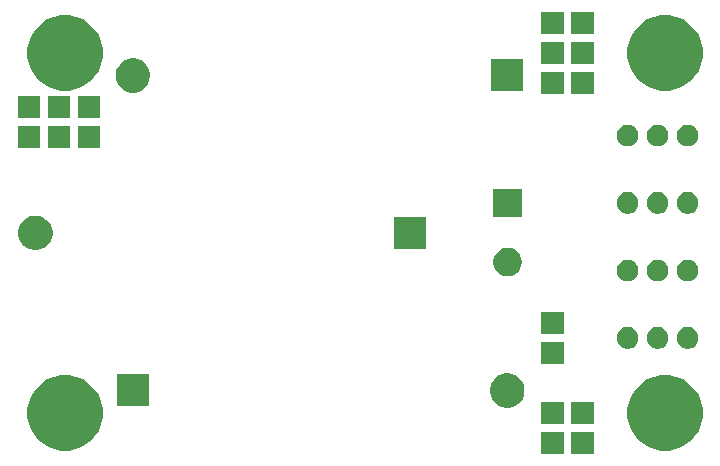
<source format=gbr>
G04 #@! TF.GenerationSoftware,KiCad,Pcbnew,6.0.0-rc1-unknown-f68581d~66~ubuntu16.04.1*
G04 #@! TF.CreationDate,2018-09-30T16:57:06+02:00*
G04 #@! TF.ProjectId,SIPMPOWER01A,5349504D504F5745523031412E6B6963,rev?*
G04 #@! TF.SameCoordinates,Original*
G04 #@! TF.FileFunction,Soldermask,Top*
G04 #@! TF.FilePolarity,Negative*
%FSLAX46Y46*%
G04 Gerber Fmt 4.6, Leading zero omitted, Abs format (unit mm)*
G04 Created by KiCad (PCBNEW 6.0.0-rc1-unknown-f68581d~66~ubuntu16.04.1) date Sun Sep 30 16:57:06 2018*
%MOMM*%
%LPD*%
G01*
G04 APERTURE LIST*
%ADD10C,0.100000*%
G04 APERTURE END LIST*
D10*
G36*
X49857000Y1578000D02*
X47933000Y1578000D01*
X47933000Y3502000D01*
X49857000Y3502000D01*
X49857000Y1578000D01*
X49857000Y1578000D01*
G37*
G36*
X47317000Y1578000D02*
X45393000Y1578000D01*
X45393000Y3502000D01*
X47317000Y3502000D01*
X47317000Y1578000D01*
X47317000Y1578000D01*
G37*
G36*
X56813405Y8157026D02*
X57395767Y7915804D01*
X57919884Y7565600D01*
X58365600Y7119884D01*
X58715804Y6595767D01*
X58957026Y6013405D01*
X59080000Y5395174D01*
X59080000Y4764826D01*
X58957026Y4146595D01*
X58715804Y3564233D01*
X58365600Y3040116D01*
X57919884Y2594400D01*
X57395767Y2244196D01*
X56813405Y2002974D01*
X56195174Y1880000D01*
X55564826Y1880000D01*
X54946595Y2002974D01*
X54364233Y2244196D01*
X53840116Y2594400D01*
X53394400Y3040116D01*
X53044196Y3564233D01*
X52802974Y4146595D01*
X52680000Y4764826D01*
X52680000Y5395174D01*
X52802974Y6013405D01*
X53044196Y6595767D01*
X53394400Y7119884D01*
X53840116Y7565600D01*
X54364233Y7915804D01*
X54946595Y8157026D01*
X55564826Y8280000D01*
X56195174Y8280000D01*
X56813405Y8157026D01*
X56813405Y8157026D01*
G37*
G36*
X6013405Y8157026D02*
X6595767Y7915804D01*
X7119884Y7565600D01*
X7565600Y7119884D01*
X7915804Y6595767D01*
X8157026Y6013405D01*
X8280000Y5395174D01*
X8280000Y4764826D01*
X8157026Y4146595D01*
X7915804Y3564233D01*
X7565600Y3040116D01*
X7119884Y2594400D01*
X6595767Y2244196D01*
X6013405Y2002974D01*
X5395174Y1880000D01*
X4764826Y1880000D01*
X4146595Y2002974D01*
X3564233Y2244196D01*
X3040116Y2594400D01*
X2594400Y3040116D01*
X2244196Y3564233D01*
X2002974Y4146595D01*
X1880000Y4764826D01*
X1880000Y5395174D01*
X2002974Y6013405D01*
X2244196Y6595767D01*
X2594400Y7119884D01*
X3040116Y7565600D01*
X3564233Y7915804D01*
X4146595Y8157026D01*
X4764826Y8280000D01*
X5395174Y8280000D01*
X6013405Y8157026D01*
X6013405Y8157026D01*
G37*
G36*
X47317000Y4118000D02*
X45393000Y4118000D01*
X45393000Y6042000D01*
X47317000Y6042000D01*
X47317000Y4118000D01*
X47317000Y4118000D01*
G37*
G36*
X49857000Y4118000D02*
X47933000Y4118000D01*
X47933000Y6042000D01*
X49857000Y6042000D01*
X49857000Y4118000D01*
X49857000Y4118000D01*
G37*
G36*
X42942947Y8379278D02*
X43206833Y8269973D01*
X43444324Y8111287D01*
X43646287Y7909324D01*
X43804973Y7671833D01*
X43914278Y7407947D01*
X43970000Y7127814D01*
X43970000Y6842186D01*
X43914278Y6562053D01*
X43804973Y6298167D01*
X43646287Y6060676D01*
X43444324Y5858713D01*
X43206833Y5700027D01*
X42942947Y5590722D01*
X42662814Y5535000D01*
X42377186Y5535000D01*
X42097053Y5590722D01*
X41833167Y5700027D01*
X41595676Y5858713D01*
X41393713Y6060676D01*
X41235027Y6298167D01*
X41125722Y6562053D01*
X41070000Y6842186D01*
X41070000Y7127814D01*
X41125722Y7407947D01*
X41235027Y7671833D01*
X41393713Y7909324D01*
X41595676Y8111287D01*
X41833167Y8269973D01*
X42097053Y8379278D01*
X42377186Y8435000D01*
X42662814Y8435000D01*
X42942947Y8379278D01*
X42942947Y8379278D01*
G37*
G36*
X12170000Y5635000D02*
X9470000Y5635000D01*
X9470000Y8335000D01*
X12170000Y8335000D01*
X12170000Y5635000D01*
X12170000Y5635000D01*
G37*
G36*
X47317000Y9198000D02*
X45393000Y9198000D01*
X45393000Y11122000D01*
X47317000Y11122000D01*
X47317000Y9198000D01*
X47317000Y9198000D01*
G37*
G36*
X52973353Y12314645D02*
X53140784Y12245293D01*
X53291466Y12144610D01*
X53419610Y12016466D01*
X53520293Y11865784D01*
X53589645Y11698353D01*
X53625000Y11520613D01*
X53625000Y11339387D01*
X53589645Y11161647D01*
X53520293Y10994216D01*
X53419610Y10843534D01*
X53291466Y10715390D01*
X53140784Y10614707D01*
X52973353Y10545355D01*
X52795613Y10510000D01*
X52614387Y10510000D01*
X52436647Y10545355D01*
X52269216Y10614707D01*
X52118534Y10715390D01*
X51990390Y10843534D01*
X51889707Y10994216D01*
X51820355Y11161647D01*
X51785000Y11339387D01*
X51785000Y11520613D01*
X51820355Y11698353D01*
X51889707Y11865784D01*
X51990390Y12016466D01*
X52118534Y12144610D01*
X52269216Y12245293D01*
X52436647Y12314645D01*
X52614387Y12350000D01*
X52795613Y12350000D01*
X52973353Y12314645D01*
X52973353Y12314645D01*
G37*
G36*
X58053353Y12314645D02*
X58220784Y12245293D01*
X58371466Y12144610D01*
X58499610Y12016466D01*
X58600293Y11865784D01*
X58669645Y11698353D01*
X58705000Y11520613D01*
X58705000Y11339387D01*
X58669645Y11161647D01*
X58600293Y10994216D01*
X58499610Y10843534D01*
X58371466Y10715390D01*
X58220784Y10614707D01*
X58053353Y10545355D01*
X57875613Y10510000D01*
X57694387Y10510000D01*
X57516647Y10545355D01*
X57349216Y10614707D01*
X57198534Y10715390D01*
X57070390Y10843534D01*
X56969707Y10994216D01*
X56900355Y11161647D01*
X56865000Y11339387D01*
X56865000Y11520613D01*
X56900355Y11698353D01*
X56969707Y11865784D01*
X57070390Y12016466D01*
X57198534Y12144610D01*
X57349216Y12245293D01*
X57516647Y12314645D01*
X57694387Y12350000D01*
X57875613Y12350000D01*
X58053353Y12314645D01*
X58053353Y12314645D01*
G37*
G36*
X55513353Y12314645D02*
X55680784Y12245293D01*
X55831466Y12144610D01*
X55959610Y12016466D01*
X56060293Y11865784D01*
X56129645Y11698353D01*
X56165000Y11520613D01*
X56165000Y11339387D01*
X56129645Y11161647D01*
X56060293Y10994216D01*
X55959610Y10843534D01*
X55831466Y10715390D01*
X55680784Y10614707D01*
X55513353Y10545355D01*
X55335613Y10510000D01*
X55154387Y10510000D01*
X54976647Y10545355D01*
X54809216Y10614707D01*
X54658534Y10715390D01*
X54530390Y10843534D01*
X54429707Y10994216D01*
X54360355Y11161647D01*
X54325000Y11339387D01*
X54325000Y11520613D01*
X54360355Y11698353D01*
X54429707Y11865784D01*
X54530390Y12016466D01*
X54658534Y12144610D01*
X54809216Y12245293D01*
X54976647Y12314645D01*
X55154387Y12350000D01*
X55335613Y12350000D01*
X55513353Y12314645D01*
X55513353Y12314645D01*
G37*
G36*
X47317000Y11738000D02*
X45393000Y11738000D01*
X45393000Y13662000D01*
X47317000Y13662000D01*
X47317000Y11738000D01*
X47317000Y11738000D01*
G37*
G36*
X52973353Y18029645D02*
X53140784Y17960293D01*
X53291466Y17859610D01*
X53419610Y17731466D01*
X53520293Y17580784D01*
X53589645Y17413353D01*
X53625000Y17235613D01*
X53625000Y17054387D01*
X53589645Y16876647D01*
X53520293Y16709216D01*
X53419610Y16558534D01*
X53291466Y16430390D01*
X53140784Y16329707D01*
X52973353Y16260355D01*
X52795613Y16225000D01*
X52614387Y16225000D01*
X52436647Y16260355D01*
X52269216Y16329707D01*
X52118534Y16430390D01*
X51990390Y16558534D01*
X51889707Y16709216D01*
X51820355Y16876647D01*
X51785000Y17054387D01*
X51785000Y17235613D01*
X51820355Y17413353D01*
X51889707Y17580784D01*
X51990390Y17731466D01*
X52118534Y17859610D01*
X52269216Y17960293D01*
X52436647Y18029645D01*
X52614387Y18065000D01*
X52795613Y18065000D01*
X52973353Y18029645D01*
X52973353Y18029645D01*
G37*
G36*
X55513353Y18029645D02*
X55680784Y17960293D01*
X55831466Y17859610D01*
X55959610Y17731466D01*
X56060293Y17580784D01*
X56129645Y17413353D01*
X56165000Y17235613D01*
X56165000Y17054387D01*
X56129645Y16876647D01*
X56060293Y16709216D01*
X55959610Y16558534D01*
X55831466Y16430390D01*
X55680784Y16329707D01*
X55513353Y16260355D01*
X55335613Y16225000D01*
X55154387Y16225000D01*
X54976647Y16260355D01*
X54809216Y16329707D01*
X54658534Y16430390D01*
X54530390Y16558534D01*
X54429707Y16709216D01*
X54360355Y16876647D01*
X54325000Y17054387D01*
X54325000Y17235613D01*
X54360355Y17413353D01*
X54429707Y17580784D01*
X54530390Y17731466D01*
X54658534Y17859610D01*
X54809216Y17960293D01*
X54976647Y18029645D01*
X55154387Y18065000D01*
X55335613Y18065000D01*
X55513353Y18029645D01*
X55513353Y18029645D01*
G37*
G36*
X58053353Y18029645D02*
X58220784Y17960293D01*
X58371466Y17859610D01*
X58499610Y17731466D01*
X58600293Y17580784D01*
X58669645Y17413353D01*
X58705000Y17235613D01*
X58705000Y17054387D01*
X58669645Y16876647D01*
X58600293Y16709216D01*
X58499610Y16558534D01*
X58371466Y16430390D01*
X58220784Y16329707D01*
X58053353Y16260355D01*
X57875613Y16225000D01*
X57694387Y16225000D01*
X57516647Y16260355D01*
X57349216Y16329707D01*
X57198534Y16430390D01*
X57070390Y16558534D01*
X56969707Y16709216D01*
X56900355Y16876647D01*
X56865000Y17054387D01*
X56865000Y17235613D01*
X56900355Y17413353D01*
X56969707Y17580784D01*
X57070390Y17731466D01*
X57198534Y17859610D01*
X57349216Y17960293D01*
X57516647Y18029645D01*
X57694387Y18065000D01*
X57875613Y18065000D01*
X58053353Y18029645D01*
X58053353Y18029645D01*
G37*
G36*
X42895026Y19013885D02*
X43113412Y18923427D01*
X43309958Y18792099D01*
X43477099Y18624958D01*
X43608427Y18428412D01*
X43698885Y18210026D01*
X43745000Y17978191D01*
X43745000Y17741809D01*
X43698885Y17509974D01*
X43608427Y17291588D01*
X43477099Y17095042D01*
X43309958Y16927901D01*
X43113412Y16796573D01*
X42895026Y16706115D01*
X42663191Y16660000D01*
X42426809Y16660000D01*
X42194974Y16706115D01*
X41976588Y16796573D01*
X41780042Y16927901D01*
X41612901Y17095042D01*
X41481573Y17291588D01*
X41391115Y17509974D01*
X41345000Y17741809D01*
X41345000Y17978191D01*
X41391115Y18210026D01*
X41481573Y18428412D01*
X41612901Y18624958D01*
X41780042Y18792099D01*
X41976588Y18923427D01*
X42194974Y19013885D01*
X42426809Y19060000D01*
X42663191Y19060000D01*
X42895026Y19013885D01*
X42895026Y19013885D01*
G37*
G36*
X2987947Y21714278D02*
X3251833Y21604973D01*
X3489324Y21446287D01*
X3691287Y21244324D01*
X3849973Y21006833D01*
X3959278Y20742947D01*
X4015000Y20462814D01*
X4015000Y20177186D01*
X3959278Y19897053D01*
X3849973Y19633167D01*
X3691287Y19395676D01*
X3489324Y19193713D01*
X3251833Y19035027D01*
X2987947Y18925722D01*
X2707814Y18870000D01*
X2422186Y18870000D01*
X2142053Y18925722D01*
X1878167Y19035027D01*
X1640676Y19193713D01*
X1438713Y19395676D01*
X1280027Y19633167D01*
X1170722Y19897053D01*
X1115000Y20177186D01*
X1115000Y20462814D01*
X1170722Y20742947D01*
X1280027Y21006833D01*
X1438713Y21244324D01*
X1640676Y21446287D01*
X1878167Y21604973D01*
X2142053Y21714278D01*
X2422186Y21770000D01*
X2707814Y21770000D01*
X2987947Y21714278D01*
X2987947Y21714278D01*
G37*
G36*
X35615000Y18970000D02*
X32915000Y18970000D01*
X32915000Y21670000D01*
X35615000Y21670000D01*
X35615000Y18970000D01*
X35615000Y18970000D01*
G37*
G36*
X43745000Y21660000D02*
X41345000Y21660000D01*
X41345000Y24060000D01*
X43745000Y24060000D01*
X43745000Y21660000D01*
X43745000Y21660000D01*
G37*
G36*
X58053353Y23744645D02*
X58220784Y23675293D01*
X58371466Y23574610D01*
X58499610Y23446466D01*
X58600293Y23295784D01*
X58669645Y23128353D01*
X58705000Y22950613D01*
X58705000Y22769387D01*
X58669645Y22591647D01*
X58600293Y22424216D01*
X58499610Y22273534D01*
X58371466Y22145390D01*
X58220784Y22044707D01*
X58053353Y21975355D01*
X57875613Y21940000D01*
X57694387Y21940000D01*
X57516647Y21975355D01*
X57349216Y22044707D01*
X57198534Y22145390D01*
X57070390Y22273534D01*
X56969707Y22424216D01*
X56900355Y22591647D01*
X56865000Y22769387D01*
X56865000Y22950613D01*
X56900355Y23128353D01*
X56969707Y23295784D01*
X57070390Y23446466D01*
X57198534Y23574610D01*
X57349216Y23675293D01*
X57516647Y23744645D01*
X57694387Y23780000D01*
X57875613Y23780000D01*
X58053353Y23744645D01*
X58053353Y23744645D01*
G37*
G36*
X55513353Y23744645D02*
X55680784Y23675293D01*
X55831466Y23574610D01*
X55959610Y23446466D01*
X56060293Y23295784D01*
X56129645Y23128353D01*
X56165000Y22950613D01*
X56165000Y22769387D01*
X56129645Y22591647D01*
X56060293Y22424216D01*
X55959610Y22273534D01*
X55831466Y22145390D01*
X55680784Y22044707D01*
X55513353Y21975355D01*
X55335613Y21940000D01*
X55154387Y21940000D01*
X54976647Y21975355D01*
X54809216Y22044707D01*
X54658534Y22145390D01*
X54530390Y22273534D01*
X54429707Y22424216D01*
X54360355Y22591647D01*
X54325000Y22769387D01*
X54325000Y22950613D01*
X54360355Y23128353D01*
X54429707Y23295784D01*
X54530390Y23446466D01*
X54658534Y23574610D01*
X54809216Y23675293D01*
X54976647Y23744645D01*
X55154387Y23780000D01*
X55335613Y23780000D01*
X55513353Y23744645D01*
X55513353Y23744645D01*
G37*
G36*
X52973353Y23744645D02*
X53140784Y23675293D01*
X53291466Y23574610D01*
X53419610Y23446466D01*
X53520293Y23295784D01*
X53589645Y23128353D01*
X53625000Y22950613D01*
X53625000Y22769387D01*
X53589645Y22591647D01*
X53520293Y22424216D01*
X53419610Y22273534D01*
X53291466Y22145390D01*
X53140784Y22044707D01*
X52973353Y21975355D01*
X52795613Y21940000D01*
X52614387Y21940000D01*
X52436647Y21975355D01*
X52269216Y22044707D01*
X52118534Y22145390D01*
X51990390Y22273534D01*
X51889707Y22424216D01*
X51820355Y22591647D01*
X51785000Y22769387D01*
X51785000Y22950613D01*
X51820355Y23128353D01*
X51889707Y23295784D01*
X51990390Y23446466D01*
X52118534Y23574610D01*
X52269216Y23675293D01*
X52436647Y23744645D01*
X52614387Y23780000D01*
X52795613Y23780000D01*
X52973353Y23744645D01*
X52973353Y23744645D01*
G37*
G36*
X2994000Y27486000D02*
X1070000Y27486000D01*
X1070000Y29410000D01*
X2994000Y29410000D01*
X2994000Y27486000D01*
X2994000Y27486000D01*
G37*
G36*
X5534000Y27486000D02*
X3610000Y27486000D01*
X3610000Y29410000D01*
X5534000Y29410000D01*
X5534000Y27486000D01*
X5534000Y27486000D01*
G37*
G36*
X8074000Y27486000D02*
X6150000Y27486000D01*
X6150000Y29410000D01*
X8074000Y29410000D01*
X8074000Y27486000D01*
X8074000Y27486000D01*
G37*
G36*
X52973353Y29459645D02*
X53140784Y29390293D01*
X53291466Y29289610D01*
X53419610Y29161466D01*
X53520293Y29010784D01*
X53589645Y28843353D01*
X53625000Y28665613D01*
X53625000Y28484387D01*
X53589645Y28306647D01*
X53520293Y28139216D01*
X53419610Y27988534D01*
X53291466Y27860390D01*
X53140784Y27759707D01*
X52973353Y27690355D01*
X52795613Y27655000D01*
X52614387Y27655000D01*
X52436647Y27690355D01*
X52269216Y27759707D01*
X52118534Y27860390D01*
X51990390Y27988534D01*
X51889707Y28139216D01*
X51820355Y28306647D01*
X51785000Y28484387D01*
X51785000Y28665613D01*
X51820355Y28843353D01*
X51889707Y29010784D01*
X51990390Y29161466D01*
X52118534Y29289610D01*
X52269216Y29390293D01*
X52436647Y29459645D01*
X52614387Y29495000D01*
X52795613Y29495000D01*
X52973353Y29459645D01*
X52973353Y29459645D01*
G37*
G36*
X58053353Y29459645D02*
X58220784Y29390293D01*
X58371466Y29289610D01*
X58499610Y29161466D01*
X58600293Y29010784D01*
X58669645Y28843353D01*
X58705000Y28665613D01*
X58705000Y28484387D01*
X58669645Y28306647D01*
X58600293Y28139216D01*
X58499610Y27988534D01*
X58371466Y27860390D01*
X58220784Y27759707D01*
X58053353Y27690355D01*
X57875613Y27655000D01*
X57694387Y27655000D01*
X57516647Y27690355D01*
X57349216Y27759707D01*
X57198534Y27860390D01*
X57070390Y27988534D01*
X56969707Y28139216D01*
X56900355Y28306647D01*
X56865000Y28484387D01*
X56865000Y28665613D01*
X56900355Y28843353D01*
X56969707Y29010784D01*
X57070390Y29161466D01*
X57198534Y29289610D01*
X57349216Y29390293D01*
X57516647Y29459645D01*
X57694387Y29495000D01*
X57875613Y29495000D01*
X58053353Y29459645D01*
X58053353Y29459645D01*
G37*
G36*
X55513353Y29459645D02*
X55680784Y29390293D01*
X55831466Y29289610D01*
X55959610Y29161466D01*
X56060293Y29010784D01*
X56129645Y28843353D01*
X56165000Y28665613D01*
X56165000Y28484387D01*
X56129645Y28306647D01*
X56060293Y28139216D01*
X55959610Y27988534D01*
X55831466Y27860390D01*
X55680784Y27759707D01*
X55513353Y27690355D01*
X55335613Y27655000D01*
X55154387Y27655000D01*
X54976647Y27690355D01*
X54809216Y27759707D01*
X54658534Y27860390D01*
X54530390Y27988534D01*
X54429707Y28139216D01*
X54360355Y28306647D01*
X54325000Y28484387D01*
X54325000Y28665613D01*
X54360355Y28843353D01*
X54429707Y29010784D01*
X54530390Y29161466D01*
X54658534Y29289610D01*
X54809216Y29390293D01*
X54976647Y29459645D01*
X55154387Y29495000D01*
X55335613Y29495000D01*
X55513353Y29459645D01*
X55513353Y29459645D01*
G37*
G36*
X2994000Y30026000D02*
X1070000Y30026000D01*
X1070000Y31950000D01*
X2994000Y31950000D01*
X2994000Y30026000D01*
X2994000Y30026000D01*
G37*
G36*
X5534000Y30026000D02*
X3610000Y30026000D01*
X3610000Y31950000D01*
X5534000Y31950000D01*
X5534000Y30026000D01*
X5534000Y30026000D01*
G37*
G36*
X8074000Y30026000D02*
X6150000Y30026000D01*
X6150000Y31950000D01*
X8074000Y31950000D01*
X8074000Y30026000D01*
X8074000Y30026000D01*
G37*
G36*
X49857000Y32058000D02*
X47933000Y32058000D01*
X47933000Y33982000D01*
X49857000Y33982000D01*
X49857000Y32058000D01*
X49857000Y32058000D01*
G37*
G36*
X47317000Y32058000D02*
X45393000Y32058000D01*
X45393000Y33982000D01*
X47317000Y33982000D01*
X47317000Y32058000D01*
X47317000Y32058000D01*
G37*
G36*
X11242947Y35049278D02*
X11506833Y34939973D01*
X11744324Y34781287D01*
X11946287Y34579324D01*
X12104973Y34341833D01*
X12214278Y34077947D01*
X12270000Y33797814D01*
X12270000Y33512186D01*
X12214278Y33232053D01*
X12104973Y32968167D01*
X11946287Y32730676D01*
X11744324Y32528713D01*
X11506833Y32370027D01*
X11242947Y32260722D01*
X10962814Y32205000D01*
X10677186Y32205000D01*
X10397053Y32260722D01*
X10133167Y32370027D01*
X9895676Y32528713D01*
X9693713Y32730676D01*
X9535027Y32968167D01*
X9425722Y33232053D01*
X9370000Y33512186D01*
X9370000Y33797814D01*
X9425722Y34077947D01*
X9535027Y34341833D01*
X9693713Y34579324D01*
X9895676Y34781287D01*
X10133167Y34939973D01*
X10397053Y35049278D01*
X10677186Y35105000D01*
X10962814Y35105000D01*
X11242947Y35049278D01*
X11242947Y35049278D01*
G37*
G36*
X43870000Y32305000D02*
X41170000Y32305000D01*
X41170000Y35005000D01*
X43870000Y35005000D01*
X43870000Y32305000D01*
X43870000Y32305000D01*
G37*
G36*
X6013405Y38637026D02*
X6595767Y38395804D01*
X7119884Y38045600D01*
X7565600Y37599884D01*
X7915804Y37075767D01*
X8157026Y36493405D01*
X8280000Y35875174D01*
X8280000Y35244826D01*
X8157026Y34626595D01*
X7915804Y34044233D01*
X7565600Y33520116D01*
X7119884Y33074400D01*
X6595767Y32724196D01*
X6013405Y32482974D01*
X5395174Y32360000D01*
X4764826Y32360000D01*
X4146595Y32482974D01*
X3564233Y32724196D01*
X3040116Y33074400D01*
X2594400Y33520116D01*
X2244196Y34044233D01*
X2002974Y34626595D01*
X1880000Y35244826D01*
X1880000Y35875174D01*
X2002974Y36493405D01*
X2244196Y37075767D01*
X2594400Y37599884D01*
X3040116Y38045600D01*
X3564233Y38395804D01*
X4146595Y38637026D01*
X4764826Y38760000D01*
X5395174Y38760000D01*
X6013405Y38637026D01*
X6013405Y38637026D01*
G37*
G36*
X56813405Y38637026D02*
X57395767Y38395804D01*
X57919884Y38045600D01*
X58365600Y37599884D01*
X58715804Y37075767D01*
X58957026Y36493405D01*
X59080000Y35875174D01*
X59080000Y35244826D01*
X58957026Y34626595D01*
X58715804Y34044233D01*
X58365600Y33520116D01*
X57919884Y33074400D01*
X57395767Y32724196D01*
X56813405Y32482974D01*
X56195174Y32360000D01*
X55564826Y32360000D01*
X54946595Y32482974D01*
X54364233Y32724196D01*
X53840116Y33074400D01*
X53394400Y33520116D01*
X53044196Y34044233D01*
X52802974Y34626595D01*
X52680000Y35244826D01*
X52680000Y35875174D01*
X52802974Y36493405D01*
X53044196Y37075767D01*
X53394400Y37599884D01*
X53840116Y38045600D01*
X54364233Y38395804D01*
X54946595Y38637026D01*
X55564826Y38760000D01*
X56195174Y38760000D01*
X56813405Y38637026D01*
X56813405Y38637026D01*
G37*
G36*
X49857000Y34598000D02*
X47933000Y34598000D01*
X47933000Y36522000D01*
X49857000Y36522000D01*
X49857000Y34598000D01*
X49857000Y34598000D01*
G37*
G36*
X47317000Y34598000D02*
X45393000Y34598000D01*
X45393000Y36522000D01*
X47317000Y36522000D01*
X47317000Y34598000D01*
X47317000Y34598000D01*
G37*
G36*
X49857000Y37138000D02*
X47933000Y37138000D01*
X47933000Y39062000D01*
X49857000Y39062000D01*
X49857000Y37138000D01*
X49857000Y37138000D01*
G37*
G36*
X47317000Y37138000D02*
X45393000Y37138000D01*
X45393000Y39062000D01*
X47317000Y39062000D01*
X47317000Y37138000D01*
X47317000Y37138000D01*
G37*
M02*

</source>
